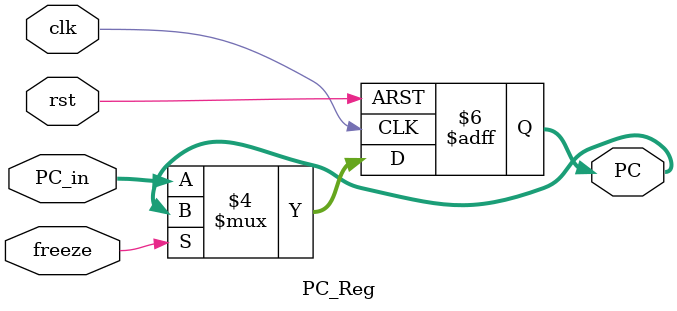
<source format=v>
module PC_Reg (
    input clk, rst, freeze,
    input [31:0] PC_in,
    output reg [31:0] PC 
);

  always @(posedge clk, posedge rst) begin
      if (rst) begin
          PC = 32'd0;
      end else begin
          if (~freeze) begin
              PC = PC_in;
          end
      end
  end

endmodule

</source>
